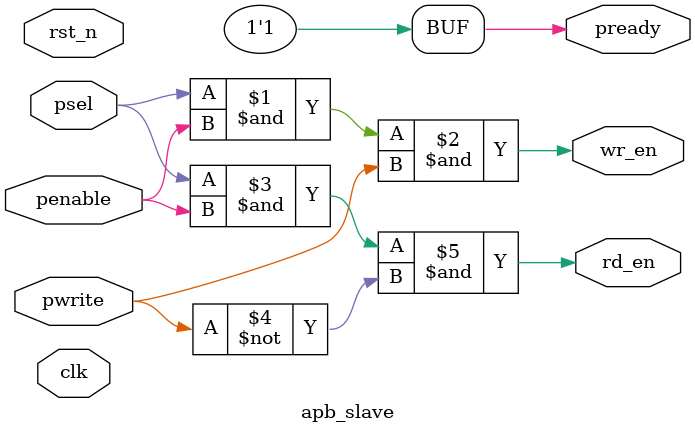
<source format=v>
module apb_slave(input  clk,
		        rst_n,
	       	        psel,
	       	        penable,
		        pwrite,
		 output pready,
			wr_en,
       			rd_en			
	        );
	assign pready = 1'b1;
	assign wr_en = psel & penable &  pwrite;
	assign rd_en = psel & penable & ~pwrite;



endmodule

</source>
